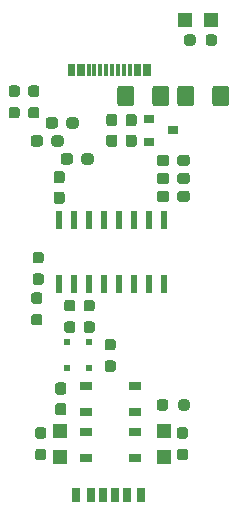
<source format=gbr>
G04 #@! TF.GenerationSoftware,KiCad,Pcbnew,5.1.10-1.fc33*
G04 #@! TF.CreationDate,2021-06-17T00:22:52+02:00*
G04 #@! TF.ProjectId,CH552-USB-Devboard-PCBA,43483535-322d-4555-9342-2d446576626f,rev?*
G04 #@! TF.SameCoordinates,Original*
G04 #@! TF.FileFunction,Paste,Top*
G04 #@! TF.FilePolarity,Positive*
%FSLAX46Y46*%
G04 Gerber Fmt 4.6, Leading zero omitted, Abs format (unit mm)*
G04 Created by KiCad (PCBNEW 5.1.10-1.fc33) date 2021-06-17 00:22:52*
%MOMM*%
%LPD*%
G01*
G04 APERTURE LIST*
%ADD10R,0.900000X0.800000*%
%ADD11R,0.700000X1.200000*%
%ADD12R,0.760000X1.200000*%
%ADD13R,0.800000X1.200000*%
%ADD14R,0.500000X0.500000*%
%ADD15R,0.300000X1.140000*%
%ADD16R,1.050000X0.650000*%
%ADD17R,0.600000X1.500000*%
%ADD18R,1.200000X1.200000*%
G04 APERTURE END LIST*
D10*
X90408000Y-72390000D03*
X88408000Y-73340000D03*
X88408000Y-71440000D03*
D11*
X84463000Y-103228000D03*
X85463000Y-103228000D03*
D12*
X83443000Y-103228000D03*
D13*
X82213000Y-103228000D03*
D12*
X86483000Y-103228000D03*
D13*
X87713000Y-103228000D03*
G36*
G01*
X78850500Y-69552000D02*
X78375500Y-69552000D01*
G75*
G02*
X78138000Y-69314500I0J237500D01*
G01*
X78138000Y-68814500D01*
G75*
G02*
X78375500Y-68577000I237500J0D01*
G01*
X78850500Y-68577000D01*
G75*
G02*
X79088000Y-68814500I0J-237500D01*
G01*
X79088000Y-69314500D01*
G75*
G02*
X78850500Y-69552000I-237500J0D01*
G01*
G37*
G36*
G01*
X78850500Y-71377000D02*
X78375500Y-71377000D01*
G75*
G02*
X78138000Y-71139500I0J237500D01*
G01*
X78138000Y-70639500D01*
G75*
G02*
X78375500Y-70402000I237500J0D01*
G01*
X78850500Y-70402000D01*
G75*
G02*
X79088000Y-70639500I0J-237500D01*
G01*
X79088000Y-71139500D01*
G75*
G02*
X78850500Y-71377000I-237500J0D01*
G01*
G37*
G36*
G01*
X90774000Y-75167500D02*
X90774000Y-74692500D01*
G75*
G02*
X91011500Y-74455000I237500J0D01*
G01*
X91586500Y-74455000D01*
G75*
G02*
X91824000Y-74692500I0J-237500D01*
G01*
X91824000Y-75167500D01*
G75*
G02*
X91586500Y-75405000I-237500J0D01*
G01*
X91011500Y-75405000D01*
G75*
G02*
X90774000Y-75167500I0J237500D01*
G01*
G37*
G36*
G01*
X89024000Y-75167500D02*
X89024000Y-74692500D01*
G75*
G02*
X89261500Y-74455000I237500J0D01*
G01*
X89836500Y-74455000D01*
G75*
G02*
X90074000Y-74692500I0J-237500D01*
G01*
X90074000Y-75167500D01*
G75*
G02*
X89836500Y-75405000I-237500J0D01*
G01*
X89261500Y-75405000D01*
G75*
G02*
X89024000Y-75167500I0J237500D01*
G01*
G37*
G36*
G01*
X90074000Y-76216500D02*
X90074000Y-76691500D01*
G75*
G02*
X89836500Y-76929000I-237500J0D01*
G01*
X89261500Y-76929000D01*
G75*
G02*
X89024000Y-76691500I0J237500D01*
G01*
X89024000Y-76216500D01*
G75*
G02*
X89261500Y-75979000I237500J0D01*
G01*
X89836500Y-75979000D01*
G75*
G02*
X90074000Y-76216500I0J-237500D01*
G01*
G37*
G36*
G01*
X91824000Y-76216500D02*
X91824000Y-76691500D01*
G75*
G02*
X91586500Y-76929000I-237500J0D01*
G01*
X91011500Y-76929000D01*
G75*
G02*
X90774000Y-76691500I0J237500D01*
G01*
X90774000Y-76216500D01*
G75*
G02*
X91011500Y-75979000I237500J0D01*
G01*
X91586500Y-75979000D01*
G75*
G02*
X91824000Y-76216500I0J-237500D01*
G01*
G37*
D14*
X83312000Y-92540000D03*
X83312000Y-90340000D03*
X81407000Y-92540000D03*
X81407000Y-90340000D03*
G36*
G01*
X85454500Y-72040000D02*
X84979500Y-72040000D01*
G75*
G02*
X84742000Y-71802500I0J237500D01*
G01*
X84742000Y-71227500D01*
G75*
G02*
X84979500Y-70990000I237500J0D01*
G01*
X85454500Y-70990000D01*
G75*
G02*
X85692000Y-71227500I0J-237500D01*
G01*
X85692000Y-71802500D01*
G75*
G02*
X85454500Y-72040000I-237500J0D01*
G01*
G37*
G36*
G01*
X85454500Y-73790000D02*
X84979500Y-73790000D01*
G75*
G02*
X84742000Y-73552500I0J237500D01*
G01*
X84742000Y-72977500D01*
G75*
G02*
X84979500Y-72740000I237500J0D01*
G01*
X85454500Y-72740000D01*
G75*
G02*
X85692000Y-72977500I0J-237500D01*
G01*
X85692000Y-73552500D01*
G75*
G02*
X85454500Y-73790000I-237500J0D01*
G01*
G37*
G36*
G01*
X87105500Y-72040000D02*
X86630500Y-72040000D01*
G75*
G02*
X86393000Y-71802500I0J237500D01*
G01*
X86393000Y-71227500D01*
G75*
G02*
X86630500Y-70990000I237500J0D01*
G01*
X87105500Y-70990000D01*
G75*
G02*
X87343000Y-71227500I0J-237500D01*
G01*
X87343000Y-71802500D01*
G75*
G02*
X87105500Y-72040000I-237500J0D01*
G01*
G37*
G36*
G01*
X87105500Y-73790000D02*
X86630500Y-73790000D01*
G75*
G02*
X86393000Y-73552500I0J237500D01*
G01*
X86393000Y-72977500D01*
G75*
G02*
X86630500Y-72740000I237500J0D01*
G01*
X87105500Y-72740000D01*
G75*
G02*
X87343000Y-72977500I0J-237500D01*
G01*
X87343000Y-73552500D01*
G75*
G02*
X87105500Y-73790000I-237500J0D01*
G01*
G37*
G36*
G01*
X90774000Y-78215500D02*
X90774000Y-77740500D01*
G75*
G02*
X91011500Y-77503000I237500J0D01*
G01*
X91586500Y-77503000D01*
G75*
G02*
X91824000Y-77740500I0J-237500D01*
G01*
X91824000Y-78215500D01*
G75*
G02*
X91586500Y-78453000I-237500J0D01*
G01*
X91011500Y-78453000D01*
G75*
G02*
X90774000Y-78215500I0J237500D01*
G01*
G37*
G36*
G01*
X89024000Y-78215500D02*
X89024000Y-77740500D01*
G75*
G02*
X89261500Y-77503000I237500J0D01*
G01*
X89836500Y-77503000D01*
G75*
G02*
X90074000Y-77740500I0J-237500D01*
G01*
X90074000Y-78215500D01*
G75*
G02*
X89836500Y-78453000I-237500J0D01*
G01*
X89261500Y-78453000D01*
G75*
G02*
X89024000Y-78215500I0J237500D01*
G01*
G37*
G36*
G01*
X87109000Y-68844000D02*
X87109000Y-70094000D01*
G75*
G02*
X86859000Y-70344000I-250000J0D01*
G01*
X85934000Y-70344000D01*
G75*
G02*
X85684000Y-70094000I0J250000D01*
G01*
X85684000Y-68844000D01*
G75*
G02*
X85934000Y-68594000I250000J0D01*
G01*
X86859000Y-68594000D01*
G75*
G02*
X87109000Y-68844000I0J-250000D01*
G01*
G37*
G36*
G01*
X90084000Y-68844000D02*
X90084000Y-70094000D01*
G75*
G02*
X89834000Y-70344000I-250000J0D01*
G01*
X88909000Y-70344000D01*
G75*
G02*
X88659000Y-70094000I0J250000D01*
G01*
X88659000Y-68844000D01*
G75*
G02*
X88909000Y-68594000I250000J0D01*
G01*
X89834000Y-68594000D01*
G75*
G02*
X90084000Y-68844000I0J-250000D01*
G01*
G37*
G36*
G01*
X92189000Y-68844000D02*
X92189000Y-70094000D01*
G75*
G02*
X91939000Y-70344000I-250000J0D01*
G01*
X91014000Y-70344000D01*
G75*
G02*
X90764000Y-70094000I0J250000D01*
G01*
X90764000Y-68844000D01*
G75*
G02*
X91014000Y-68594000I250000J0D01*
G01*
X91939000Y-68594000D01*
G75*
G02*
X92189000Y-68844000I0J-250000D01*
G01*
G37*
G36*
G01*
X95164000Y-68844000D02*
X95164000Y-70094000D01*
G75*
G02*
X94914000Y-70344000I-250000J0D01*
G01*
X93989000Y-70344000D01*
G75*
G02*
X93739000Y-70094000I0J250000D01*
G01*
X93739000Y-68844000D01*
G75*
G02*
X93989000Y-68594000I250000J0D01*
G01*
X94914000Y-68594000D01*
G75*
G02*
X95164000Y-68844000I0J-250000D01*
G01*
G37*
G36*
G01*
X77199500Y-69552000D02*
X76724500Y-69552000D01*
G75*
G02*
X76487000Y-69314500I0J237500D01*
G01*
X76487000Y-68814500D01*
G75*
G02*
X76724500Y-68577000I237500J0D01*
G01*
X77199500Y-68577000D01*
G75*
G02*
X77437000Y-68814500I0J-237500D01*
G01*
X77437000Y-69314500D01*
G75*
G02*
X77199500Y-69552000I-237500J0D01*
G01*
G37*
G36*
G01*
X77199500Y-71377000D02*
X76724500Y-71377000D01*
G75*
G02*
X76487000Y-71139500I0J237500D01*
G01*
X76487000Y-70639500D01*
G75*
G02*
X76724500Y-70402000I237500J0D01*
G01*
X77199500Y-70402000D01*
G75*
G02*
X77437000Y-70639500I0J-237500D01*
G01*
X77437000Y-71139500D01*
G75*
G02*
X77199500Y-71377000I-237500J0D01*
G01*
G37*
D15*
X84750000Y-67250000D03*
X85250000Y-67250000D03*
X85750000Y-67250000D03*
X84250000Y-67250000D03*
X86250000Y-67250000D03*
X86750000Y-67250000D03*
X83750000Y-67250000D03*
X83250000Y-67250000D03*
X87500000Y-67250000D03*
X87250000Y-67250000D03*
X88050000Y-67250000D03*
X88350000Y-67250000D03*
X82750000Y-67250000D03*
X82450000Y-67250000D03*
X81950000Y-67250000D03*
X81650000Y-67250000D03*
G36*
G01*
X78629500Y-87928000D02*
X79104500Y-87928000D01*
G75*
G02*
X79342000Y-88165500I0J-237500D01*
G01*
X79342000Y-88665500D01*
G75*
G02*
X79104500Y-88903000I-237500J0D01*
G01*
X78629500Y-88903000D01*
G75*
G02*
X78392000Y-88665500I0J237500D01*
G01*
X78392000Y-88165500D01*
G75*
G02*
X78629500Y-87928000I237500J0D01*
G01*
G37*
G36*
G01*
X78629500Y-86103000D02*
X79104500Y-86103000D01*
G75*
G02*
X79342000Y-86340500I0J-237500D01*
G01*
X79342000Y-86840500D01*
G75*
G02*
X79104500Y-87078000I-237500J0D01*
G01*
X78629500Y-87078000D01*
G75*
G02*
X78392000Y-86840500I0J237500D01*
G01*
X78392000Y-86340500D01*
G75*
G02*
X78629500Y-86103000I237500J0D01*
G01*
G37*
G36*
G01*
X79231500Y-83649000D02*
X78756500Y-83649000D01*
G75*
G02*
X78519000Y-83411500I0J237500D01*
G01*
X78519000Y-82911500D01*
G75*
G02*
X78756500Y-82674000I237500J0D01*
G01*
X79231500Y-82674000D01*
G75*
G02*
X79469000Y-82911500I0J-237500D01*
G01*
X79469000Y-83411500D01*
G75*
G02*
X79231500Y-83649000I-237500J0D01*
G01*
G37*
G36*
G01*
X79231500Y-85474000D02*
X78756500Y-85474000D01*
G75*
G02*
X78519000Y-85236500I0J237500D01*
G01*
X78519000Y-84736500D01*
G75*
G02*
X78756500Y-84499000I237500J0D01*
G01*
X79231500Y-84499000D01*
G75*
G02*
X79469000Y-84736500I0J-237500D01*
G01*
X79469000Y-85236500D01*
G75*
G02*
X79231500Y-85474000I-237500J0D01*
G01*
G37*
G36*
G01*
X81898500Y-87713000D02*
X81423500Y-87713000D01*
G75*
G02*
X81186000Y-87475500I0J237500D01*
G01*
X81186000Y-86975500D01*
G75*
G02*
X81423500Y-86738000I237500J0D01*
G01*
X81898500Y-86738000D01*
G75*
G02*
X82136000Y-86975500I0J-237500D01*
G01*
X82136000Y-87475500D01*
G75*
G02*
X81898500Y-87713000I-237500J0D01*
G01*
G37*
G36*
G01*
X81898500Y-89538000D02*
X81423500Y-89538000D01*
G75*
G02*
X81186000Y-89300500I0J237500D01*
G01*
X81186000Y-88800500D01*
G75*
G02*
X81423500Y-88563000I237500J0D01*
G01*
X81898500Y-88563000D01*
G75*
G02*
X82136000Y-88800500I0J-237500D01*
G01*
X82136000Y-89300500D01*
G75*
G02*
X81898500Y-89538000I-237500J0D01*
G01*
G37*
G36*
G01*
X84852500Y-91865000D02*
X85327500Y-91865000D01*
G75*
G02*
X85565000Y-92102500I0J-237500D01*
G01*
X85565000Y-92602500D01*
G75*
G02*
X85327500Y-92840000I-237500J0D01*
G01*
X84852500Y-92840000D01*
G75*
G02*
X84615000Y-92602500I0J237500D01*
G01*
X84615000Y-92102500D01*
G75*
G02*
X84852500Y-91865000I237500J0D01*
G01*
G37*
G36*
G01*
X84852500Y-90040000D02*
X85327500Y-90040000D01*
G75*
G02*
X85565000Y-90277500I0J-237500D01*
G01*
X85565000Y-90777500D01*
G75*
G02*
X85327500Y-91015000I-237500J0D01*
G01*
X84852500Y-91015000D01*
G75*
G02*
X84615000Y-90777500I0J237500D01*
G01*
X84615000Y-90277500D01*
G75*
G02*
X84852500Y-90040000I237500J0D01*
G01*
G37*
G36*
G01*
X89999000Y-95393500D02*
X89999000Y-95868500D01*
G75*
G02*
X89761500Y-96106000I-237500J0D01*
G01*
X89261500Y-96106000D01*
G75*
G02*
X89024000Y-95868500I0J237500D01*
G01*
X89024000Y-95393500D01*
G75*
G02*
X89261500Y-95156000I237500J0D01*
G01*
X89761500Y-95156000D01*
G75*
G02*
X89999000Y-95393500I0J-237500D01*
G01*
G37*
G36*
G01*
X91824000Y-95393500D02*
X91824000Y-95868500D01*
G75*
G02*
X91586500Y-96106000I-237500J0D01*
G01*
X91086500Y-96106000D01*
G75*
G02*
X90849000Y-95868500I0J237500D01*
G01*
X90849000Y-95393500D01*
G75*
G02*
X91086500Y-95156000I237500J0D01*
G01*
X91586500Y-95156000D01*
G75*
G02*
X91824000Y-95393500I0J-237500D01*
G01*
G37*
G36*
G01*
X93169000Y-64975500D02*
X93169000Y-64500500D01*
G75*
G02*
X93406500Y-64263000I237500J0D01*
G01*
X93906500Y-64263000D01*
G75*
G02*
X94144000Y-64500500I0J-237500D01*
G01*
X94144000Y-64975500D01*
G75*
G02*
X93906500Y-65213000I-237500J0D01*
G01*
X93406500Y-65213000D01*
G75*
G02*
X93169000Y-64975500I0J237500D01*
G01*
G37*
G36*
G01*
X91344000Y-64975500D02*
X91344000Y-64500500D01*
G75*
G02*
X91581500Y-64263000I237500J0D01*
G01*
X92081500Y-64263000D01*
G75*
G02*
X92319000Y-64500500I0J-237500D01*
G01*
X92319000Y-64975500D01*
G75*
G02*
X92081500Y-65213000I-237500J0D01*
G01*
X91581500Y-65213000D01*
G75*
G02*
X91344000Y-64975500I0J237500D01*
G01*
G37*
G36*
G01*
X79437500Y-98500000D02*
X78962500Y-98500000D01*
G75*
G02*
X78725000Y-98262500I0J237500D01*
G01*
X78725000Y-97762500D01*
G75*
G02*
X78962500Y-97525000I237500J0D01*
G01*
X79437500Y-97525000D01*
G75*
G02*
X79675000Y-97762500I0J-237500D01*
G01*
X79675000Y-98262500D01*
G75*
G02*
X79437500Y-98500000I-237500J0D01*
G01*
G37*
G36*
G01*
X79437500Y-100325000D02*
X78962500Y-100325000D01*
G75*
G02*
X78725000Y-100087500I0J237500D01*
G01*
X78725000Y-99587500D01*
G75*
G02*
X78962500Y-99350000I237500J0D01*
G01*
X79437500Y-99350000D01*
G75*
G02*
X79675000Y-99587500I0J-237500D01*
G01*
X79675000Y-100087500D01*
G75*
G02*
X79437500Y-100325000I-237500J0D01*
G01*
G37*
G36*
G01*
X91437500Y-98500000D02*
X90962500Y-98500000D01*
G75*
G02*
X90725000Y-98262500I0J237500D01*
G01*
X90725000Y-97762500D01*
G75*
G02*
X90962500Y-97525000I237500J0D01*
G01*
X91437500Y-97525000D01*
G75*
G02*
X91675000Y-97762500I0J-237500D01*
G01*
X91675000Y-98262500D01*
G75*
G02*
X91437500Y-98500000I-237500J0D01*
G01*
G37*
G36*
G01*
X91437500Y-100325000D02*
X90962500Y-100325000D01*
G75*
G02*
X90725000Y-100087500I0J237500D01*
G01*
X90725000Y-99587500D01*
G75*
G02*
X90962500Y-99350000I237500J0D01*
G01*
X91437500Y-99350000D01*
G75*
G02*
X91675000Y-99587500I0J-237500D01*
G01*
X91675000Y-100087500D01*
G75*
G02*
X91437500Y-100325000I-237500J0D01*
G01*
G37*
G36*
G01*
X83549500Y-87713000D02*
X83074500Y-87713000D01*
G75*
G02*
X82837000Y-87475500I0J237500D01*
G01*
X82837000Y-86975500D01*
G75*
G02*
X83074500Y-86738000I237500J0D01*
G01*
X83549500Y-86738000D01*
G75*
G02*
X83787000Y-86975500I0J-237500D01*
G01*
X83787000Y-87475500D01*
G75*
G02*
X83549500Y-87713000I-237500J0D01*
G01*
G37*
G36*
G01*
X83549500Y-89538000D02*
X83074500Y-89538000D01*
G75*
G02*
X82837000Y-89300500I0J237500D01*
G01*
X82837000Y-88800500D01*
G75*
G02*
X83074500Y-88563000I237500J0D01*
G01*
X83549500Y-88563000D01*
G75*
G02*
X83787000Y-88800500I0J-237500D01*
G01*
X83787000Y-89300500D01*
G75*
G02*
X83549500Y-89538000I-237500J0D01*
G01*
G37*
G36*
G01*
X79406000Y-73041500D02*
X79406000Y-73516500D01*
G75*
G02*
X79168500Y-73754000I-237500J0D01*
G01*
X78593500Y-73754000D01*
G75*
G02*
X78356000Y-73516500I0J237500D01*
G01*
X78356000Y-73041500D01*
G75*
G02*
X78593500Y-72804000I237500J0D01*
G01*
X79168500Y-72804000D01*
G75*
G02*
X79406000Y-73041500I0J-237500D01*
G01*
G37*
G36*
G01*
X81156000Y-73041500D02*
X81156000Y-73516500D01*
G75*
G02*
X80918500Y-73754000I-237500J0D01*
G01*
X80343500Y-73754000D01*
G75*
G02*
X80106000Y-73516500I0J237500D01*
G01*
X80106000Y-73041500D01*
G75*
G02*
X80343500Y-72804000I237500J0D01*
G01*
X80918500Y-72804000D01*
G75*
G02*
X81156000Y-73041500I0J-237500D01*
G01*
G37*
G36*
G01*
X81009500Y-78616000D02*
X80534500Y-78616000D01*
G75*
G02*
X80297000Y-78378500I0J237500D01*
G01*
X80297000Y-77803500D01*
G75*
G02*
X80534500Y-77566000I237500J0D01*
G01*
X81009500Y-77566000D01*
G75*
G02*
X81247000Y-77803500I0J-237500D01*
G01*
X81247000Y-78378500D01*
G75*
G02*
X81009500Y-78616000I-237500J0D01*
G01*
G37*
G36*
G01*
X81009500Y-76866000D02*
X80534500Y-76866000D01*
G75*
G02*
X80297000Y-76628500I0J237500D01*
G01*
X80297000Y-76053500D01*
G75*
G02*
X80534500Y-75816000I237500J0D01*
G01*
X81009500Y-75816000D01*
G75*
G02*
X81247000Y-76053500I0J-237500D01*
G01*
X81247000Y-76628500D01*
G75*
G02*
X81009500Y-76866000I-237500J0D01*
G01*
G37*
D16*
X87150000Y-96198000D03*
X83000000Y-96198000D03*
X87150000Y-94048000D03*
X83000000Y-94048000D03*
X83000000Y-97956000D03*
X87150000Y-97956000D03*
X83000000Y-100106000D03*
X87150000Y-100106000D03*
G36*
G01*
X80896000Y-75040500D02*
X80896000Y-74565500D01*
G75*
G02*
X81133500Y-74328000I237500J0D01*
G01*
X81708500Y-74328000D01*
G75*
G02*
X81946000Y-74565500I0J-237500D01*
G01*
X81946000Y-75040500D01*
G75*
G02*
X81708500Y-75278000I-237500J0D01*
G01*
X81133500Y-75278000D01*
G75*
G02*
X80896000Y-75040500I0J237500D01*
G01*
G37*
G36*
G01*
X82646000Y-75040500D02*
X82646000Y-74565500D01*
G75*
G02*
X82883500Y-74328000I237500J0D01*
G01*
X83458500Y-74328000D01*
G75*
G02*
X83696000Y-74565500I0J-237500D01*
G01*
X83696000Y-75040500D01*
G75*
G02*
X83458500Y-75278000I-237500J0D01*
G01*
X82883500Y-75278000D01*
G75*
G02*
X82646000Y-75040500I0J237500D01*
G01*
G37*
G36*
G01*
X81136500Y-94773000D02*
X80661500Y-94773000D01*
G75*
G02*
X80424000Y-94535500I0J237500D01*
G01*
X80424000Y-93960500D01*
G75*
G02*
X80661500Y-93723000I237500J0D01*
G01*
X81136500Y-93723000D01*
G75*
G02*
X81374000Y-93960500I0J-237500D01*
G01*
X81374000Y-94535500D01*
G75*
G02*
X81136500Y-94773000I-237500J0D01*
G01*
G37*
G36*
G01*
X81136500Y-96523000D02*
X80661500Y-96523000D01*
G75*
G02*
X80424000Y-96285500I0J237500D01*
G01*
X80424000Y-95710500D01*
G75*
G02*
X80661500Y-95473000I237500J0D01*
G01*
X81136500Y-95473000D01*
G75*
G02*
X81374000Y-95710500I0J-237500D01*
G01*
X81374000Y-96285500D01*
G75*
G02*
X81136500Y-96523000I-237500J0D01*
G01*
G37*
G36*
G01*
X82426000Y-71517500D02*
X82426000Y-71992500D01*
G75*
G02*
X82188500Y-72230000I-237500J0D01*
G01*
X81613500Y-72230000D01*
G75*
G02*
X81376000Y-71992500I0J237500D01*
G01*
X81376000Y-71517500D01*
G75*
G02*
X81613500Y-71280000I237500J0D01*
G01*
X82188500Y-71280000D01*
G75*
G02*
X82426000Y-71517500I0J-237500D01*
G01*
G37*
G36*
G01*
X80676000Y-71517500D02*
X80676000Y-71992500D01*
G75*
G02*
X80438500Y-72230000I-237500J0D01*
G01*
X79863500Y-72230000D01*
G75*
G02*
X79626000Y-71992500I0J237500D01*
G01*
X79626000Y-71517500D01*
G75*
G02*
X79863500Y-71280000I237500J0D01*
G01*
X80438500Y-71280000D01*
G75*
G02*
X80676000Y-71517500I0J-237500D01*
G01*
G37*
D17*
X80734192Y-79980020D03*
X82004192Y-79980020D03*
X83274192Y-79980020D03*
X84544192Y-79980020D03*
X85814192Y-79980020D03*
X87084192Y-79980020D03*
X88354192Y-79980020D03*
X89624192Y-79980020D03*
X89624192Y-85380020D03*
X88354192Y-85380020D03*
X87084192Y-85380020D03*
X85814192Y-85380020D03*
X84544192Y-85380020D03*
X83274192Y-85380020D03*
X82004192Y-85380020D03*
X80734192Y-85380020D03*
D18*
X93619000Y-63000000D03*
X91419000Y-63000000D03*
X80800000Y-97800000D03*
X80800000Y-100000000D03*
X89600000Y-100000000D03*
X89600000Y-97800000D03*
M02*

</source>
